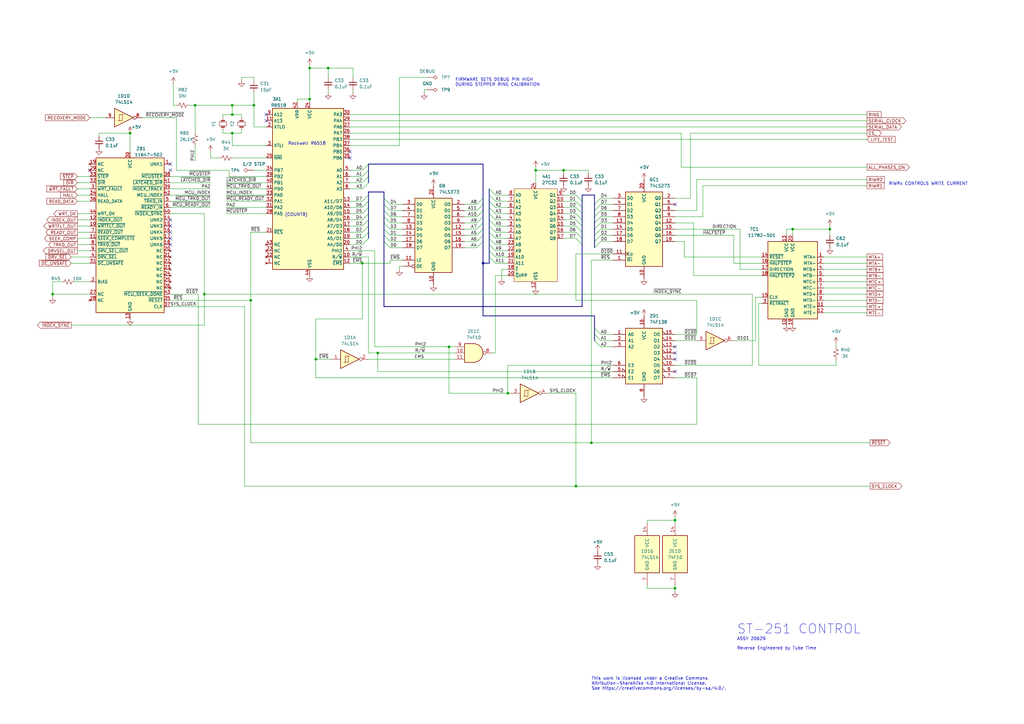
<source format=kicad_sch>
(kicad_sch (version 20230121) (generator eeschema)
  (paper "A3")
  (junction (at 83.82 120.65))
  (junction (at 127 27.94))
  (junction (at 80.01 43.18))
  (junction (at 219.71 69.85))
  (junction (at 53.34 54.61))
  (junction (at 208.28 161.29))
  (junction (at 154.94 144.78))
  (junction (at 21.59 120.65))
  (junction (at 134.62 27.94))
  (junction (at 95.25 43.18))
  (junction (at 104.14 43.18))
  (junction (at 184.15 142.24))
  (junction (at 127 40.64))
  (junction (at 340.36 93.98))
  (junction (at 231.14 69.85))
  (junction (at 102.87 123.19))
  (junction (at 95.25 54.61))
  (junction (at 148.59 107.95))
  (junction (at 276.86 241.3))
  (junction (at 129.54 147.32))
  (junction (at 198.12 107.95))
  (junction (at 236.22 199.39))
  (junction (at 95.25 46.99))
  (junction (at 276.86 213.36))
  (junction (at 325.12 93.98))
  (junction (at 242.57 181.61))
  (no_connect (at 276.86 147.32))
  (no_connect (at 69.85 95.25))
  (no_connect (at 276.86 83.82))
  (no_connect (at 109.22 49.53))
  (no_connect (at 69.85 100.33))
  (no_connect (at 143.51 64.77))
  (no_connect (at 276.86 152.4))
  (no_connect (at 36.83 69.85))
  (no_connect (at 69.85 69.85))
  (no_connect (at 69.85 97.79))
  (no_connect (at 276.86 142.24))
  (no_connect (at 69.85 90.17))
  (no_connect (at 109.22 46.99))
  (no_connect (at 143.51 62.23))
  (no_connect (at 69.85 67.31))
  (no_connect (at 276.86 144.78))
  (no_connect (at 69.85 92.71))
  (bus_entry (at 203.2 85.09) (size -2.54 -2.54))
  (bus_entry (at 195.58 88.9) (size 2.54 -2.54))
  (bus_entry (at 203.2 82.55) (size -2.54 -2.54))
  (bus_entry (at 238.76 82.55) (size -2.54 -2.54))
  (bus_entry (at 238.76 100.33) (size -2.54 -2.54))
  (bus_entry (at 160.02 93.98) (size -2.54 -2.54))
  (bus_entry (at 148.59 100.33) (size 2.54 -2.54))
  (bus_entry (at 160.02 96.52) (size -2.54 -2.54))
  (bus_entry (at 203.2 90.17) (size -2.54 -2.54))
  (bus_entry (at 203.2 107.95) (size -2.54 -2.54))
  (bus_entry (at 148.59 97.79) (size 2.54 -2.54))
  (bus_entry (at 243.84 93.98) (size 2.54 -2.54))
  (bus_entry (at 238.76 90.17) (size -2.54 -2.54))
  (bus_entry (at 148.59 77.47) (size 2.54 -2.54))
  (bus_entry (at 160.02 101.6) (size -2.54 -2.54))
  (bus_entry (at 243.84 96.52) (size 2.54 -2.54))
  (bus_entry (at 148.59 82.55) (size 2.54 -2.54))
  (bus_entry (at 238.76 87.63) (size -2.54 -2.54))
  (bus_entry (at 238.76 97.79) (size -2.54 -2.54))
  (bus_entry (at 203.2 80.01) (size -2.54 -2.54))
  (bus_entry (at 203.2 95.25) (size -2.54 -2.54))
  (bus_entry (at 195.58 93.98) (size 2.54 -2.54))
  (bus_entry (at 148.59 95.25) (size 2.54 -2.54))
  (bus_entry (at 243.84 91.44) (size 2.54 -2.54))
  (bus_entry (at 203.2 105.41) (size -2.54 -2.54))
  (bus_entry (at 243.84 101.6) (size 2.54 -2.54))
  (bus_entry (at 238.76 95.25) (size -2.54 -2.54))
  (bus_entry (at 195.58 86.36) (size 2.54 -2.54))
  (bus_entry (at 243.84 83.82) (size 2.54 -2.54))
  (bus_entry (at 203.2 100.33) (size -2.54 -2.54))
  (bus_entry (at 160.02 83.82) (size -2.54 -2.54))
  (bus_entry (at 238.76 85.09) (size -2.54 -2.54))
  (bus_entry (at 160.02 88.9) (size -2.54 -2.54))
  (bus_entry (at 203.2 97.79) (size -2.54 -2.54))
  (bus_entry (at 238.76 92.71) (size -2.54 -2.54))
  (bus_entry (at 195.58 101.6) (size 2.54 -2.54))
  (bus_entry (at 195.58 96.52) (size 2.54 -2.54))
  (bus_entry (at 246.38 139.7) (size -2.54 -2.54))
  (bus_entry (at 148.59 74.93) (size 2.54 -2.54))
  (bus_entry (at 195.58 99.06) (size 2.54 -2.54))
  (bus_entry (at 243.84 99.06) (size 2.54 -2.54))
  (bus_entry (at 203.2 92.71) (size -2.54 -2.54))
  (bus_entry (at 148.59 72.39) (size 2.54 -2.54))
  (bus_entry (at 148.59 87.63) (size 2.54 -2.54))
  (bus_entry (at 246.38 142.24) (size -2.54 -2.54))
  (bus_entry (at 203.2 87.63) (size -2.54 -2.54))
  (bus_entry (at 160.02 86.36) (size -2.54 -2.54))
  (bus_entry (at 148.59 69.85) (size 2.54 -2.54))
  (bus_entry (at 195.58 83.82) (size 2.54 -2.54))
  (bus_entry (at 148.59 90.17) (size 2.54 -2.54))
  (bus_entry (at 246.38 137.16) (size -2.54 -2.54))
  (bus_entry (at 160.02 99.06) (size -2.54 -2.54))
  (bus_entry (at 148.59 85.09) (size 2.54 -2.54))
  (bus_entry (at 160.02 91.44) (size -2.54 -2.54))
  (bus_entry (at 148.59 92.71) (size 2.54 -2.54))
  (bus_entry (at 195.58 91.44) (size 2.54 -2.54))
  (bus_entry (at 203.2 102.87) (size -2.54 -2.54))
  (bus_entry (at 243.84 88.9) (size 2.54 -2.54))
  (bus_entry (at 243.84 86.36) (size 2.54 -2.54))
  (wire (pts (xy 242.57 106.68) (xy 242.57 181.61)))
  (wire (pts (xy 40.64 54.61) (xy 40.64 55.88)))
  (wire (pts (xy 31.75 82.55) (xy 36.83 82.55)))
  (wire (pts (xy 251.46 88.9) (xy 246.38 88.9)))
  (wire (pts (xy 190.5 99.06) (xy 195.58 99.06)))
  (wire (pts (xy 303.53 93.98) (xy 303.53 110.49)))
  (wire (pts (xy 102.87 123.19) (xy 102.87 181.61)))
  (wire (pts (xy 104.14 69.85) (xy 109.22 69.85)))
  (wire (pts (xy 276.86 213.36) (xy 276.86 214.63)))
  (wire (pts (xy 143.51 57.15) (xy 355.6 57.15)))
  (wire (pts (xy 280.67 105.41) (xy 280.67 99.06)))
  (wire (pts (xy 148.59 130.81) (xy 129.54 130.81)))
  (bus (pts (xy 200.66 80.01) (xy 200.66 82.55)))
  (bus (pts (xy 151.13 97.79) (xy 151.13 95.25)))
  (bus (pts (xy 151.13 85.09) (xy 151.13 82.55)))
  (bus (pts (xy 198.12 91.44) (xy 198.12 93.98)))
  (wire (pts (xy 80.01 59.69) (xy 80.01 66.04)))
  (bus (pts (xy 157.48 125.73) (xy 238.76 125.73)))
  (wire (pts (xy 231.14 92.71) (xy 236.22 92.71)))
  (wire (pts (xy 104.14 31.75) (xy 99.06 31.75)))
  (wire (pts (xy 276.86 154.94) (xy 285.75 154.94)))
  (wire (pts (xy 284.48 91.44) (xy 284.48 113.03)))
  (bus (pts (xy 151.13 90.17) (xy 151.13 87.63)))
  (wire (pts (xy 129.54 130.81) (xy 129.54 147.32)))
  (bus (pts (xy 151.13 87.63) (xy 151.13 85.09)))
  (wire (pts (xy 203.2 87.63) (xy 208.28 87.63)))
  (wire (pts (xy 325.12 93.98) (xy 340.36 93.98)))
  (wire (pts (xy 312.42 124.46) (xy 311.15 124.46)))
  (bus (pts (xy 198.12 129.54) (xy 198.12 107.95)))
  (wire (pts (xy 80.01 43.18) (xy 95.25 43.18)))
  (wire (pts (xy 92.71 87.63) (xy 109.22 87.63)))
  (wire (pts (xy 276.86 137.16) (xy 285.75 137.16)))
  (wire (pts (xy 31.75 72.39) (xy 36.83 72.39)))
  (wire (pts (xy 83.82 120.65) (xy 308.61 120.65)))
  (wire (pts (xy 86.36 62.23) (xy 86.36 64.77)))
  (wire (pts (xy 127 26.67) (xy 127 27.94)))
  (wire (pts (xy 129.54 154.94) (xy 251.46 154.94)))
  (wire (pts (xy 69.85 87.63) (xy 83.82 87.63)))
  (wire (pts (xy 236.22 161.29) (xy 236.22 199.39)))
  (wire (pts (xy 279.4 68.58) (xy 355.6 68.58)))
  (bus (pts (xy 151.13 82.55) (xy 151.13 80.01)))
  (wire (pts (xy 251.46 99.06) (xy 246.38 99.06)))
  (bus (pts (xy 200.66 85.09) (xy 200.66 87.63)))
  (wire (pts (xy 160.02 88.9) (xy 165.1 88.9)))
  (wire (pts (xy 134.62 27.94) (xy 134.62 31.75)))
  (wire (pts (xy 203.2 95.25) (xy 208.28 95.25)))
  (bus (pts (xy 238.76 95.25) (xy 238.76 97.79)))
  (wire (pts (xy 184.15 142.24) (xy 186.69 142.24)))
  (wire (pts (xy 160.02 107.95) (xy 160.02 106.68)))
  (bus (pts (xy 198.12 88.9) (xy 198.12 91.44)))
  (wire (pts (xy 143.51 77.47) (xy 148.59 77.47)))
  (wire (pts (xy 231.14 97.79) (xy 236.22 97.79)))
  (wire (pts (xy 285.75 154.94) (xy 285.75 173.99)))
  (wire (pts (xy 69.85 82.55) (xy 86.36 82.55)))
  (wire (pts (xy 163.83 59.69) (xy 163.83 31.75)))
  (bus (pts (xy 243.84 134.62) (xy 243.84 129.54)))
  (bus (pts (xy 200.66 95.25) (xy 200.66 97.79)))
  (bus (pts (xy 198.12 107.95) (xy 200.66 107.95)))
  (wire (pts (xy 265.43 214.63) (xy 265.43 213.36)))
  (wire (pts (xy 127 27.94) (xy 134.62 27.94)))
  (wire (pts (xy 144.78 27.94) (xy 144.78 31.75)))
  (wire (pts (xy 102.87 95.25) (xy 109.22 95.25)))
  (bus (pts (xy 200.66 105.41) (xy 200.66 107.95)))
  (wire (pts (xy 251.46 86.36) (xy 246.38 86.36)))
  (bus (pts (xy 243.84 88.9) (xy 243.84 86.36)))
  (wire (pts (xy 276.86 88.9) (xy 288.29 88.9)))
  (wire (pts (xy 143.51 82.55) (xy 148.59 82.55)))
  (wire (pts (xy 276.86 93.98) (xy 303.53 93.98)))
  (bus (pts (xy 151.13 80.01) (xy 151.13 78.74)))
  (wire (pts (xy 148.59 107.95) (xy 148.59 130.81)))
  (wire (pts (xy 29.21 105.41) (xy 36.83 105.41)))
  (wire (pts (xy 69.85 80.01) (xy 86.36 80.01)))
  (wire (pts (xy 92.71 74.93) (xy 109.22 74.93)))
  (wire (pts (xy 95.25 54.61) (xy 91.44 54.61)))
  (bus (pts (xy 198.12 83.82) (xy 198.12 86.36)))
  (wire (pts (xy 102.87 181.61) (xy 242.57 181.61)))
  (wire (pts (xy 311.15 124.46) (xy 311.15 149.86)))
  (wire (pts (xy 285.75 86.36) (xy 285.75 73.66)))
  (wire (pts (xy 342.9 147.32) (xy 342.9 149.86)))
  (wire (pts (xy 276.86 81.28) (xy 283.21 81.28)))
  (wire (pts (xy 69.85 85.09) (xy 86.36 85.09)))
  (wire (pts (xy 251.46 83.82) (xy 246.38 83.82)))
  (bus (pts (xy 151.13 69.85) (xy 151.13 67.31)))
  (bus (pts (xy 243.84 129.54) (xy 198.12 129.54)))
  (wire (pts (xy 280.67 99.06) (xy 276.86 99.06)))
  (wire (pts (xy 276.86 240.03) (xy 276.86 241.3)))
  (wire (pts (xy 219.71 69.85) (xy 219.71 74.93)))
  (wire (pts (xy 72.39 69.85) (xy 72.39 48.26)))
  (wire (pts (xy 285.75 173.99) (xy 81.28 173.99)))
  (wire (pts (xy 72.39 69.85) (xy 93.98 69.85)))
  (wire (pts (xy 231.14 85.09) (xy 236.22 85.09)))
  (wire (pts (xy 100.33 199.39) (xy 236.22 199.39)))
  (wire (pts (xy 36.83 48.26) (xy 43.18 48.26)))
  (bus (pts (xy 198.12 96.52) (xy 198.12 99.06)))
  (wire (pts (xy 160.02 96.52) (xy 165.1 96.52)))
  (wire (pts (xy 58.42 48.26) (xy 72.39 48.26)))
  (wire (pts (xy 208.28 149.86) (xy 208.28 161.29)))
  (wire (pts (xy 91.44 46.99) (xy 95.25 46.99)))
  (wire (pts (xy 276.86 241.3) (xy 276.86 242.57)))
  (wire (pts (xy 99.06 31.75) (xy 99.06 33.02)))
  (wire (pts (xy 143.51 107.95) (xy 148.59 107.95)))
  (wire (pts (xy 69.85 72.39) (xy 86.36 72.39)))
  (wire (pts (xy 91.44 54.61) (xy 91.44 53.34)))
  (wire (pts (xy 69.85 123.19) (xy 102.87 123.19)))
  (wire (pts (xy 104.14 52.07) (xy 109.22 52.07)))
  (wire (pts (xy 143.51 95.25) (xy 148.59 95.25)))
  (wire (pts (xy 203.2 90.17) (xy 208.28 90.17)))
  (bus (pts (xy 151.13 92.71) (xy 151.13 90.17)))
  (wire (pts (xy 104.14 38.1) (xy 104.14 43.18)))
  (wire (pts (xy 104.14 43.18) (xy 104.14 52.07)))
  (wire (pts (xy 69.85 120.65) (xy 81.28 120.65)))
  (wire (pts (xy 322.58 93.98) (xy 325.12 93.98)))
  (wire (pts (xy 160.02 106.68) (xy 165.1 106.68)))
  (bus (pts (xy 200.66 92.71) (xy 200.66 95.25)))
  (wire (pts (xy 203.2 102.87) (xy 208.28 102.87)))
  (wire (pts (xy 99.06 53.34) (xy 99.06 54.61)))
  (bus (pts (xy 238.76 97.79) (xy 238.76 100.33)))
  (wire (pts (xy 203.2 113.03) (xy 208.28 113.03)))
  (wire (pts (xy 173.99 36.83) (xy 173.99 38.1)))
  (bus (pts (xy 198.12 67.31) (xy 198.12 81.28)))
  (wire (pts (xy 276.86 139.7) (xy 285.75 139.7)))
  (wire (pts (xy 69.85 77.47) (xy 86.36 77.47)))
  (wire (pts (xy 81.28 173.99) (xy 81.28 120.65)))
  (wire (pts (xy 231.14 95.25) (xy 236.22 95.25)))
  (wire (pts (xy 92.71 82.55) (xy 109.22 82.55)))
  (wire (pts (xy 203.2 92.71) (xy 208.28 92.71)))
  (wire (pts (xy 308.61 120.65) (xy 308.61 149.86)))
  (wire (pts (xy 143.51 100.33) (xy 148.59 100.33)))
  (wire (pts (xy 246.38 142.24) (xy 251.46 142.24)))
  (wire (pts (xy 208.28 149.86) (xy 251.46 149.86)))
  (bus (pts (xy 151.13 67.31) (xy 198.12 67.31)))
  (wire (pts (xy 276.86 149.86) (xy 308.61 149.86)))
  (wire (pts (xy 205.74 114.3) (xy 205.74 110.49)))
  (bus (pts (xy 238.76 100.33) (xy 238.76 125.73)))
  (wire (pts (xy 276.86 91.44) (xy 284.48 91.44)))
  (wire (pts (xy 129.54 154.94) (xy 129.54 147.32)))
  (wire (pts (xy 190.5 96.52) (xy 195.58 96.52)))
  (bus (pts (xy 243.84 86.36) (xy 243.84 83.82)))
  (wire (pts (xy 143.51 54.61) (xy 279.4 54.61)))
  (wire (pts (xy 31.75 100.33) (xy 36.83 100.33)))
  (wire (pts (xy 224.79 161.29) (xy 236.22 161.29)))
  (bus (pts (xy 243.84 101.6) (xy 243.84 99.06)))
  (wire (pts (xy 246.38 139.7) (xy 251.46 139.7)))
  (wire (pts (xy 127 41.91) (xy 127 40.64)))
  (bus (pts (xy 157.48 96.52) (xy 157.48 99.06)))
  (wire (pts (xy 109.22 59.69) (xy 95.25 59.69)))
  (bus (pts (xy 238.76 90.17) (xy 238.76 92.71)))
  (bus (pts (xy 243.84 137.16) (xy 243.84 134.62)))
  (wire (pts (xy 143.51 69.85) (xy 148.59 69.85)))
  (wire (pts (xy 283.21 81.28) (xy 283.21 54.61)))
  (wire (pts (xy 312.42 121.92) (xy 309.88 121.92)))
  (wire (pts (xy 208.28 161.29) (xy 209.55 161.29)))
  (wire (pts (xy 31.75 92.71) (xy 36.83 92.71)))
  (bus (pts (xy 157.48 88.9) (xy 157.48 91.44)))
  (wire (pts (xy 303.53 110.49) (xy 312.42 110.49)))
  (wire (pts (xy 151.13 105.41) (xy 151.13 144.78)))
  (bus (pts (xy 157.48 86.36) (xy 157.48 88.9)))
  (bus (pts (xy 157.48 81.28) (xy 157.48 83.82)))
  (wire (pts (xy 53.34 54.61) (xy 53.34 62.23)))
  (wire (pts (xy 154.94 144.78) (xy 186.69 144.78)))
  (wire (pts (xy 95.25 54.61) (xy 99.06 54.61)))
  (wire (pts (xy 134.62 36.83) (xy 134.62 38.1)))
  (bus (pts (xy 238.76 85.09) (xy 238.76 87.63)))
  (wire (pts (xy 236.22 104.14) (xy 236.22 123.19)))
  (wire (pts (xy 276.86 96.52) (xy 300.99 96.52)))
  (wire (pts (xy 337.82 105.41) (xy 355.6 105.41)))
  (wire (pts (xy 190.5 91.44) (xy 195.58 91.44)))
  (wire (pts (xy 31.75 102.87) (xy 36.83 102.87)))
  (wire (pts (xy 121.92 41.91) (xy 121.92 40.64)))
  (bus (pts (xy 151.13 78.74) (xy 157.48 78.74)))
  (wire (pts (xy 102.87 123.19) (xy 102.87 95.25)))
  (wire (pts (xy 340.36 92.71) (xy 340.36 93.98)))
  (wire (pts (xy 203.2 144.78) (xy 203.2 113.03)))
  (wire (pts (xy 219.71 69.85) (xy 219.71 68.58)))
  (wire (pts (xy 163.83 109.22) (xy 165.1 109.22)))
  (wire (pts (xy 90.17 64.77) (xy 86.36 64.77)))
  (wire (pts (xy 153.67 102.87) (xy 153.67 142.24)))
  (wire (pts (xy 148.59 107.95) (xy 160.02 107.95)))
  (wire (pts (xy 284.48 113.03) (xy 312.42 113.03)))
  (wire (pts (xy 29.21 107.95) (xy 36.83 107.95)))
  (wire (pts (xy 31.75 90.17) (xy 36.83 90.17)))
  (wire (pts (xy 31.75 97.79) (xy 36.83 97.79)))
  (bus (pts (xy 157.48 91.44) (xy 157.48 93.98)))
  (bus (pts (xy 200.66 90.17) (xy 200.66 92.71)))
  (wire (pts (xy 95.25 43.18) (xy 95.25 46.99)))
  (wire (pts (xy 143.51 87.63) (xy 148.59 87.63)))
  (bus (pts (xy 243.84 80.01) (xy 238.76 80.01)))
  (wire (pts (xy 203.2 82.55) (xy 208.28 82.55)))
  (bus (pts (xy 243.84 139.7) (xy 243.84 137.16)))
  (wire (pts (xy 99.06 48.26) (xy 99.06 46.99)))
  (wire (pts (xy 160.02 93.98) (xy 165.1 93.98)))
  (wire (pts (xy 337.82 110.49) (xy 355.6 110.49)))
  (wire (pts (xy 83.82 120.65) (xy 83.82 133.35)))
  (wire (pts (xy 251.46 81.28) (xy 246.38 81.28)))
  (wire (pts (xy 143.51 72.39) (xy 148.59 72.39)))
  (wire (pts (xy 160.02 86.36) (xy 165.1 86.36)))
  (wire (pts (xy 265.43 213.36) (xy 276.86 213.36)))
  (wire (pts (xy 71.12 34.29) (xy 71.12 43.18)))
  (bus (pts (xy 200.66 102.87) (xy 200.66 105.41)))
  (wire (pts (xy 143.51 59.69) (xy 163.83 59.69)))
  (wire (pts (xy 342.9 140.97) (xy 342.9 142.24)))
  (wire (pts (xy 31.75 80.01) (xy 36.83 80.01)))
  (wire (pts (xy 92.71 80.01) (xy 109.22 80.01)))
  (bus (pts (xy 198.12 86.36) (xy 198.12 88.9)))
  (bus (pts (xy 198.12 99.06) (xy 198.12 107.95)))
  (bus (pts (xy 238.76 82.55) (xy 238.76 85.09)))
  (bus (pts (xy 238.76 87.63) (xy 238.76 90.17)))
  (wire (pts (xy 251.46 91.44) (xy 246.38 91.44)))
  (wire (pts (xy 231.14 90.17) (xy 236.22 90.17)))
  (wire (pts (xy 300.99 96.52) (xy 300.99 107.95)))
  (bus (pts (xy 243.84 91.44) (xy 243.84 88.9)))
  (wire (pts (xy 30.48 115.57) (xy 36.83 115.57)))
  (wire (pts (xy 160.02 101.6) (xy 165.1 101.6)))
  (bus (pts (xy 200.66 87.63) (xy 200.66 90.17)))
  (wire (pts (xy 104.14 33.02) (xy 104.14 31.75)))
  (wire (pts (xy 29.21 133.35) (xy 83.82 133.35)))
  (wire (pts (xy 91.44 48.26) (xy 91.44 46.99)))
  (wire (pts (xy 143.51 102.87) (xy 153.67 102.87)))
  (bus (pts (xy 238.76 80.01) (xy 238.76 82.55)))
  (wire (pts (xy 143.51 92.71) (xy 148.59 92.71)))
  (wire (pts (xy 151.13 147.32) (xy 186.69 147.32)))
  (wire (pts (xy 285.75 123.19) (xy 285.75 137.16)))
  (wire (pts (xy 143.51 46.99) (xy 355.6 46.99)))
  (wire (pts (xy 231.14 87.63) (xy 236.22 87.63)))
  (wire (pts (xy 337.82 118.11) (xy 355.6 118.11)))
  (bus (pts (xy 157.48 99.06) (xy 157.48 125.73)))
  (wire (pts (xy 154.94 152.4) (xy 154.94 144.78)))
  (wire (pts (xy 151.13 144.78) (xy 154.94 144.78)))
  (wire (pts (xy 109.22 72.39) (xy 93.98 72.39)))
  (wire (pts (xy 143.51 85.09) (xy 148.59 85.09)))
  (wire (pts (xy 265.43 241.3) (xy 276.86 241.3)))
  (wire (pts (xy 160.02 83.82) (xy 165.1 83.82)))
  (wire (pts (xy 236.22 123.19) (xy 285.75 123.19)))
  (wire (pts (xy 175.26 36.83) (xy 173.99 36.83)))
  (wire (pts (xy 241.3 69.85) (xy 241.3 71.12)))
  (wire (pts (xy 201.93 144.78) (xy 203.2 144.78)))
  (wire (pts (xy 72.39 43.18) (xy 71.12 43.18)))
  (wire (pts (xy 279.4 54.61) (xy 279.4 68.58)))
  (wire (pts (xy 190.5 88.9) (xy 195.58 88.9)))
  (wire (pts (xy 53.34 54.61) (xy 40.64 54.61)))
  (wire (pts (xy 154.94 152.4) (xy 251.46 152.4)))
  (bus (pts (xy 198.12 93.98) (xy 198.12 96.52)))
  (bus (pts (xy 200.66 82.55) (xy 200.66 85.09)))
  (wire (pts (xy 203.2 107.95) (xy 208.28 107.95)))
  (wire (pts (xy 83.82 87.63) (xy 83.82 120.65)))
  (wire (pts (xy 190.5 83.82) (xy 195.58 83.82)))
  (wire (pts (xy 21.59 120.65) (xy 21.59 121.92)))
  (wire (pts (xy 265.43 240.03) (xy 265.43 241.3)))
  (wire (pts (xy 121.92 40.64) (xy 127 40.64)))
  (bus (pts (xy 200.66 97.79) (xy 200.66 100.33)))
  (bus (pts (xy 243.84 96.52) (xy 243.84 93.98)))
  (wire (pts (xy 337.82 113.03) (xy 355.6 113.03)))
  (wire (pts (xy 95.25 64.77) (xy 109.22 64.77)))
  (bus (pts (xy 151.13 74.93) (xy 151.13 72.39)))
  (wire (pts (xy 143.51 90.17) (xy 148.59 90.17)))
  (wire (pts (xy 31.75 74.93) (xy 36.83 74.93)))
  (bus (pts (xy 198.12 81.28) (xy 198.12 83.82)))
  (wire (pts (xy 92.71 77.47) (xy 109.22 77.47)))
  (wire (pts (xy 203.2 97.79) (xy 208.28 97.79)))
  (wire (pts (xy 21.59 120.65) (xy 21.59 115.57)))
  (wire (pts (xy 311.15 149.86) (xy 342.9 149.86)))
  (wire (pts (xy 276.86 86.36) (xy 285.75 86.36)))
  (wire (pts (xy 190.5 86.36) (xy 195.58 86.36)))
  (wire (pts (xy 31.75 87.63) (xy 36.83 87.63)))
  (wire (pts (xy 95.25 43.18) (xy 104.14 43.18)))
  (wire (pts (xy 337.82 107.95) (xy 355.6 107.95)))
  (wire (pts (xy 95.25 46.99) (xy 99.06 46.99)))
  (bus (pts (xy 200.66 77.47) (xy 200.66 80.01)))
  (wire (pts (xy 31.75 77.47) (xy 36.83 77.47)))
  (wire (pts (xy 242.57 106.68) (xy 251.46 106.68)))
  (wire (pts (xy 300.99 107.95) (xy 312.42 107.95)))
  (bus (pts (xy 157.48 83.82) (xy 157.48 86.36)))
  (wire (pts (xy 337.82 128.27) (xy 355.6 128.27)))
  (wire (pts (xy 163.83 110.49) (xy 163.83 109.22)))
  (wire (pts (xy 95.25 59.69) (xy 95.25 54.61)))
  (bus (pts (xy 243.84 93.98) (xy 243.84 91.44)))
  (wire (pts (xy 21.59 115.57) (xy 25.4 115.57)))
  (wire (pts (xy 69.85 74.93) (xy 86.36 74.93)))
  (wire (pts (xy 246.38 137.16) (xy 251.46 137.16)))
  (wire (pts (xy 184.15 161.29) (xy 208.28 161.29)))
  (wire (pts (xy 203.2 80.01) (xy 208.28 80.01)))
  (wire (pts (xy 36.83 120.65) (xy 21.59 120.65)))
  (wire (pts (xy 285.75 73.66) (xy 355.6 73.66)))
  (wire (pts (xy 337.82 123.19) (xy 355.6 123.19)))
  (wire (pts (xy 276.86 212.09) (xy 276.86 213.36)))
  (wire (pts (xy 231.14 80.01) (xy 236.22 80.01)))
  (wire (pts (xy 69.85 125.73) (xy 100.33 125.73)))
  (wire (pts (xy 340.36 96.52) (xy 340.36 93.98)))
  (wire (pts (xy 127 40.64) (xy 127 27.94)))
  (wire (pts (xy 184.15 161.29) (xy 184.15 142.24)))
  (wire (pts (xy 134.62 27.94) (xy 144.78 27.94)))
  (wire (pts (xy 280.67 105.41) (xy 312.42 105.41)))
  (wire (pts (xy 92.71 85.09) (xy 109.22 85.09)))
  (bus (pts (xy 151.13 72.39) (xy 151.13 69.85)))
  (wire (pts (xy 288.29 76.2) (xy 355.6 76.2)))
  (wire (pts (xy 231.14 82.55) (xy 236.22 82.55)))
  (bus (pts (xy 151.13 95.25) (xy 151.13 92.71)))
  (bus (pts (xy 200.66 100.33) (xy 200.66 102.87)))
  (wire (pts (xy 203.2 105.41) (xy 208.28 105.41)))
  (wire (pts (xy 100.33 125.73) (xy 100.33 199.39)))
  (wire (pts (xy 160.02 91.44) (xy 165.1 91.44)))
  (wire (pts (xy 236.22 199.39) (xy 356.87 199.39)))
  (wire (pts (xy 231.14 69.85) (xy 231.14 71.12)))
  (bus (pts (xy 157.48 78.74) (xy 157.48 81.28)))
  (wire (pts (xy 129.54 147.32) (xy 135.89 147.32)))
  (wire (pts (xy 283.21 54.61) (xy 355.6 54.61)))
  (wire (pts (xy 31.75 95.25) (xy 36.83 95.25)))
  (wire (pts (xy 325.12 93.98) (xy 325.12 96.52)))
  (wire (pts (xy 153.67 142.24) (xy 184.15 142.24)))
  (bus (pts (xy 243.84 99.06) (xy 243.84 96.52)))
  (wire (pts (xy 219.71 69.85) (xy 231.14 69.85)))
  (wire (pts (xy 251.46 93.98) (xy 246.38 93.98)))
  (wire (pts (xy 143.51 52.07) (xy 355.6 52.07)))
  (wire (pts (xy 203.2 85.09) (xy 208.28 85.09)))
  (wire (pts (xy 143.51 97.79) (xy 148.59 97.79)))
  (wire (pts (xy 203.2 100.33) (xy 208.28 100.33)))
  (wire (pts (xy 93.98 72.39) (xy 93.98 69.85)))
  (wire (pts (xy 337.82 125.73) (xy 355.6 125.73)))
  (wire (pts (xy 190.5 93.98) (xy 195.58 93.98)))
  (wire (pts (xy 251.46 96.52) (xy 246.38 96.52)))
  (wire (pts (xy 231.14 69.85) (xy 241.3 69.85)))
  (wire (pts (xy 337.82 115.57) (xy 355.6 115.57)))
  (wire (pts (xy 80.01 54.61) (xy 80.01 43.18)))
  (wire (pts (xy 300.99 139.7) (xy 309.88 139.7)))
  (bus (pts (xy 243.84 83.82) (xy 243.84 80.01)))
  (wire (pts (xy 144.78 36.83) (xy 144.78 38.1)))
  (wire (pts (xy 242.57 181.61) (xy 356.87 181.61)))
  (wire (pts (xy 160.02 99.06) (xy 165.1 99.06)))
  (wire (pts (xy 236.22 104.14) (xy 251.46 104.14)))
  (wire (pts (xy 163.83 31.75) (xy 175.26 31.75)))
  (wire (pts (xy 190.5 101.6) (xy 195.58 101.6)))
  (wire (pts (xy 309.88 121.92) (xy 309.88 139.7)))
  (wire (pts (xy 77.47 43.18) (xy 80.01 43.18)))
  (wire (pts (xy 143.51 49.53) (xy 355.6 49.53)))
  (wire (pts (xy 288.29 88.9) (xy 288.29 76.2)))
  (bus (pts (xy 157.48 93.98) (xy 157.48 96.52)))
  (wire (pts (xy 205.74 110.49) (xy 208.28 110.49)))
  (wire (pts (xy 322.58 96.52) (xy 322.58 93.98)))
  (wire (pts (xy 143.51 74.93) (xy 148.59 74.93)))
  (wire (pts (xy 337.82 120.65) (xy 355.6 120.65)))
  (wire (pts (xy 143.51 105.41) (xy 151.13 105.41)))
  (bus (pts (xy 238.76 92.71) (xy 238.76 95.25)))
  (text "FIRMWARE SETS DEBUG PIN HIGH\nDURING STEPPER RING CALIBRATION" (at 186.69 35.56 0) (effects (font (size 1.27 1.27)) (justify left bottom)))
  (text "ASSY 20629" (at 302.26 262.89 0) (effects (font (size 1.27 1.27)) (justify left bottom)))
  (text "This work is licensed under a Creative Commons\nAttribution-ShareAlike 4.0 International License.\nSee https://creativecommons.org/licenses/by-sa/4.0/.\n" (at 242.57 283.21 0) (effects (font (size 1.27 1.27)) (justify left bottom)))
  (text "Rockwell R6518" (at 118.11 59.69 0) (effects (font (size 1.27 1.27)) (justify left bottom)))
  (text "(COUNTB)" (at 116.84 88.9 0) (effects (font (size 1.27 1.27)) (justify left bottom)))
  (text "Reverse Engineered by Tube Time" (at 302.26 266.7 0) (effects (font (size 1.27 1.27)) (justify left bottom)))
  (text "ST-251 CONTROL" (at 302.26 260.35 0) (effects (font (size 3.81 3.81)) (justify left bottom)))
  (text "RIWRx CONTROLS WRITE CURRENT" (at 364.49 76.2 0) (effects (font (size 1.27 1.27)) (justify left bottom)))
  (label "D1" (at 160.02 96.52 0))
  (label "R{slash}~{W}" (at 246.38 152.4 0))
  (label "~{MCU_READY_OUT}" (at 92.71 82.55 0))
  (label "D5" (at 160.02 91.44 0))
  (label "D4" (at 160.02 83.82 0))
  (label "D1" (at 236.22 82.55 180))
  (label "D1" (at 246.38 93.98 0))
  (label "D2" (at 246.38 96.52 0))
  (label "A9" (at 203.2 102.87 0))
  (label "A6" (at 203.2 95.25 0))
  (label "A5" (at 203.2 92.71 0))
  (label "~{0105}" (at 285.75 149.86 180))
  (label "D4" (at 236.22 90.17 180))
  (label "~{RES}" (at 102.87 95.25 0))
  (label "PA2" (at 92.71 85.09 0))
  (label "D3" (at 148.59 92.71 180))
  (label "PHI2" (at 148.59 102.87 180))
  (label "A1" (at 203.2 82.55 0))
  (label "SYS_CLOCK" (at 236.22 161.29 180))
  (label "~{MCU_READY_OUT}" (at 86.36 85.09 180))
  (label "A2" (at 246.38 142.24 0))
  (label "~{0101}" (at 285.75 139.7 180))
  (label "D2" (at 236.22 85.09 180))
  (label "D4" (at 246.38 81.28 0))
  (label "~{0107}" (at 81.28 120.65 180))
  (label "A0" (at 148.59 69.85 180))
  (label "EMS" (at 173.99 147.32 180))
  (label "~{0100}" (at 285.75 137.16 180))
  (label "A1" (at 148.59 72.39 180))
  (label "~{RES}" (at 74.93 123.19 180))
  (label "A3" (at 203.2 87.63 0))
  (label "A4" (at 195.58 101.6 180))
  (label "~{MCU_TRK0_OUT}" (at 86.36 82.55 180))
  (label "~{LATCHED_DIR}" (at 92.71 74.93 0))
  (label "A10" (at 203.2 105.41 0))
  (label "D3" (at 160.02 93.98 0))
  (label "~{HALFSTEP}" (at 288.29 96.52 0))
  (label "A2" (at 148.59 74.93 180))
  (label "D1" (at 148.59 97.79 180))
  (label "D0" (at 236.22 80.01 180))
  (label "A8" (at 195.58 83.82 180))
  (label "R{slash}~{W}" (at 148.59 105.41 180))
  (label "MCU_INDEX" (at 86.36 80.01 180))
  (label "D5" (at 148.59 87.63 180))
  (label "D7" (at 148.59 82.55 180))
  (label "A3" (at 148.59 77.47 180))
  (label "MCU_INDEX" (at 92.71 80.01 0))
  (label "0101" (at 307.34 139.7 180))
  (label "A11" (at 195.58 86.36 180))
  (label "~{RECOVERY_MODE}" (at 59.69 48.26 0))
  (label "A1" (at 246.38 139.7 0))
  (label "A6" (at 195.58 99.06 180))
  (label "A11" (at 203.2 107.95 0))
  (label "~{INDEX_SYNC}" (at 267.97 120.65 0))
  (label "PA2" (at 86.36 77.47 180))
  (label "D0" (at 160.02 101.6 0))
  (label "D6" (at 236.22 95.25 180))
  (label "~{MCU_TRK0_OUT}" (at 92.71 77.47 0))
  (label "A0" (at 246.38 137.16 0))
  (label "~{EMS}" (at 130.81 147.32 0))
  (label "A7" (at 195.58 93.98 180))
  (label "~{MCUSTEP}" (at 92.71 87.63 0))
  (label "~{MCUSTEP}" (at 86.36 72.39 180))
  (label "A4" (at 203.2 90.17 0))
  (label "A9" (at 195.58 91.44 180))
  (label "PHI2" (at 80.01 66.04 90))
  (label "PHI2" (at 170.18 142.24 0))
  (label "D5" (at 246.38 88.9 0))
  (label "D4" (at 148.59 90.17 180))
  (label "DIRECTION" (at 292.1 93.98 0))
  (label "PHI2" (at 246.38 149.86 0))
  (label "~{LATCHED_DIR}" (at 86.36 74.93 180))
  (label "D3" (at 246.38 91.44 0))
  (label "A7" (at 203.2 97.79 0))
  (label "~{0100}" (at 246.38 104.14 0))
  (label "~{RES}" (at 246.38 106.68 0))
  (label "D6" (at 160.02 88.9 0))
  (label "D7" (at 160.02 86.36 0))
  (label "D5" (at 236.22 92.71 180))
  (label "D6" (at 148.59 85.09 180))
  (label "D7" (at 246.38 83.82 0))
  (label "A2" (at 203.2 85.09 0))
  (label "A0" (at 203.2 80.01 0))
  (label "D0" (at 246.38 99.06 0))
  (label "D6" (at 246.38 86.36 0))
  (label "D3" (at 236.22 87.63 180))
  (label "R{slash}~{W}" (at 170.18 144.78 0))
  (label "D0" (at 148.59 100.33 180))
  (label "A5" (at 195.58 96.52 180))
  (label "A10" (at 195.58 88.9 180))
  (label "D2" (at 160.02 99.06 0))
  (label "~{EMS}" (at 148.59 107.95 180))
  (label "~{EMS}" (at 160.02 106.68 0))
  (label "~{EMS}" (at 246.38 154.94 0))
  (label "D2" (at 148.59 95.25 180))
  (label "~{0107}" (at 285.75 154.94 180))
  (label "D7" (at 236.22 97.79 180))
  (label "SYS_CLOCK" (at 69.85 125.73 0))
  (label "A8" (at 203.2 100.33 0))
  (label "PHI2" (at 201.93 161.29 0))
  (global_label "MTC-" (shape passive) (at 355.6 118.11 0) (property "Intersheetrefs" "${INTERSHEET_REFS}" (effects hide)))
  (global_label "~{RESET}" (shape output) (at 356.87 181.61 0) (property "Intersheetrefs" "${INTERSHEET_REFS}" (effects hide)))
  (global_label "WRT_OK" (shape output) (at 31.75 87.63 180) (property "Intersheetrefs" "${INTERSHEET_REFS}" (effects hide)))
  (global_label "SERIAL_DATA" (shape output) (at 355.6 52.07 0) (property "Intersheetrefs" "${INTERSHEET_REFS}" (effects hide)))
  (global_label "RIWR2" (shape passive) (at 355.6 73.66 0) (property "Intersheetrefs" "${INTERSHEET_REFS}" (effects hide)))
  (global_label "~{DC_UNSAFE}" (shape input) (at 29.21 107.95 180) (property "Intersheetrefs" "${INTERSHEET_REFS}" (effects hide)))
  (global_label "LIFE_TEST" (shape input) (at 355.6 57.15 0) (property "Intersheetrefs" "${INTERSHEET_REFS}" (effects hide)))
  (global_label "~{DRV_SEL}" (shape input) (at 29.21 105.41 180) (property "Intersheetrefs" "${INTERSHEET_REFS}" (effects hide)))
  (global_label "RECOVERY_MODE" (shape input) (at 36.83 48.26 180) (property "Intersheetrefs" "${INTERSHEET_REFS}" (effects hide)))
  (global_label "SERIAL_CLOCK" (shape output) (at 355.6 49.53 0) (property "Intersheetrefs" "${INTERSHEET_REFS}" (effects hide)))
  (global_label "READY_OUT" (shape output) (at 31.75 95.25 180) (property "Intersheetrefs" "${INTERSHEET_REFS}" (effects hide)))
  (global_label "CS_" (shape output) (at 355.6 54.61 0) (property "Intersheetrefs" "${INTERSHEET_REFS}" (effects hide)))
  (global_label "MTC+" (shape passive) (at 355.6 115.57 0) (property "Intersheetrefs" "${INTERSHEET_REFS}" (effects hide)))
  (global_label "MTD+" (shape passive) (at 355.6 120.65 0) (property "Intersheetrefs" "${INTERSHEET_REFS}" (effects hide)))
  (global_label "DRVSEL_OUT" (shape output) (at 31.75 102.87 180) (property "Intersheetrefs" "${INTERSHEET_REFS}" (effects hide)))
  (global_label "~{STEP}" (shape input) (at 31.75 72.39 180) (property "Intersheetrefs" "${INTERSHEET_REFS}" (effects hide)))
  (global_label "~{DIR}" (shape input) (at 31.75 74.93 180) (property "Intersheetrefs" "${INTERSHEET_REFS}" (effects hide)))
  (global_label "RING" (shape passive) (at 355.6 46.99 0) (property "Intersheetrefs" "${INTERSHEET_REFS}" (effects hide)))
  (global_label "TRK0_OUT" (shape output) (at 31.75 100.33 180) (property "Intersheetrefs" "${INTERSHEET_REFS}" (effects hide)))
  (global_label "READ_DATA" (shape input) (at 31.75 82.55 180) (property "Intersheetrefs" "${INTERSHEET_REFS}" (effects hide)))
  (global_label "SEEK_COMP" (shape output) (at 31.75 97.79 180) (property "Intersheetrefs" "${INTERSHEET_REFS}" (effects hide)))
  (global_label "INDEX_OUT" (shape output) (at 31.75 90.17 180) (property "Intersheetrefs" "${INTERSHEET_REFS}" (effects hide)))
  (global_label "MTD-" (shape passive) (at 355.6 123.19 0) (property "Intersheetrefs" "${INTERSHEET_REFS}" (effects hide)))
  (global_label "RIWR1" (shape passive) (at 355.6 76.2 0) (property "Intersheetrefs" "${INTERSHEET_REFS}" (effects hide)))
  (global_label "~{INDEX_SYNC}" (shape output) (at 29.21 133.35 180) (property "Intersheetrefs" "${INTERSHEET_REFS}" (effects hide)))
  (global_label "WRTFLT_OUT" (shape output) (at 31.75 92.71 180) (property "Intersheetrefs" "${INTERSHEET_REFS}" (effects hide)))
  (global_label "MTE+" (shape passive) (at 355.6 125.73 0) (property "Intersheetrefs" "${INTERSHEET_REFS}" (effects hide)))
  (global_label "MTA-" (shape passive) (at 355.6 107.95 0) (property "Intersheetrefs" "${INTERSHEET_REFS}" (effects hide)))
  (global_label "ALL_PHASES_ON" (shape output) (at 355.6 68.58 0) (property "Intersheetrefs" "${INTERSHEET_REFS}" (effects hide)))
  (global_label "MTB+" (shape passive) (at 355.6 110.49 0) (property "Intersheetrefs" "${INTERSHEET_REFS}" (effects hide)))
  (global_label "HALL" (shape input) (at 31.75 80.01 180) (property "Intersheetrefs" "${INTERSHEET_REFS}" (effects hide)))
  (global_label "~{WRT_FAULT}" (shape input) (at 31.75 77.47 180) (property "Intersheetrefs" "${INTERSHEET_REFS}" (effects hide)))
  (global_label "MTA+" (shape passive) (at 355.6 105.41 0) (property "Intersheetrefs" "${INTERSHEET_REFS}" (effects hide)))
  (global_label "MTE-" (shape passive) (at 355.6 128.27 0) (property "Intersheetrefs" "${INTERSHEET_REFS}" (effects hide)))
  (global_label "SYS_CLOCK" (shape output) (at 356.87 199.39 0) (property "Intersheetrefs" "${INTERSHEET_REFS}" (effects hide)))
  (global_label "MTB-" (shape passive) (at 355.6 113.03 0) (property "Intersheetrefs" "${INTERSHEET_REFS}" (effects hide)))
  (symbol (lib_id "power:GND") (at 219.71 118.11 0) (unit 1)
    (property "Reference" "#PWR0135" (effects hide))
    (property "Value" "GND" (effects hide))
  )
  (symbol (lib_id "power:+5V") (at 177.8 76.2 0) (unit 1)
    (property "Reference" "#PWR0129" (effects hide))
    (property "Value" "+5V" (at 177.8 71.12 0))
  )
  (symbol (lib_id "st251:STEP_LOGIC") (at 39.37 64.77 0) (unit 1)
    (property "Reference" "2B1" (at 55.88 60.96 0) (effects (justify left)))
    (property "Value" "11647-502" (at 60.96 63.5 0))
    (property "Footprint" "Package_LCC:PLCC-44_16.6x16.6mm_P1.27mm" (effects hide))
  )
  (symbol (lib_id "Device:C_Small") (at 245.11 228.6 0) (unit 1)
    (property "Reference" "C53" (at 247.65 227.3363 0) (effects (justify left)))
    (property "Value" "0.1uF" (at 247.65 229.8763 0) (effects (justify left)))
    (property "Footprint" "Capacitor_SMD:C_1206_3216Metric" (effects hide))
    (instances (project "st251_20629" (path "" (reference "C53") (unit 1)) (path "" (reference "C72") (unit 1))))
  )
  (symbol (lib_id "74xx:74LS373") (at 177.8 96.52 0) (unit 1)
    (property "Reference" "6B" (at 179.9941 76.2 0) (effects (justify left)))
    (property "Value" "74LS373" (at 179.9941 78.74 0) (effects (justify left)))
    (property "Footprint" "Active:SOP127P1065X265-20" (effects hide))
    (property "Datasheet" "http://www.ti.com/lit/gpn/sn74LS373" (effects hide))
    (instances (project "st251_20629" (path "" (reference "6B") (unit 1)) (path "" (reference "6B1") (unit 1))))
  )
  (symbol (lib_id "74xx:74LS14") (at 265.43 227.33 0) (unit 7)
    (property "Reference" "1D1" (at 262.89 226.06 0) (effects (justify left)))
    (property "Value" "74LS14" (at 262.89 228.6 0) (effects (justify left)))
    (property "Footprint" "Active:SOP127P620X175-14" (effects hide))
    (property "Datasheet" "http://www.ti.com/lit/gpn/sn74LS14" (effects hide))
  )
  (symbol (lib_id "power:+5V") (at 264.16 129.54 0) (unit 1)
    (property "Reference" "#PWR0132" (effects hide))
    (property "Value" "+5V" (at 260.35 128.27 0))
  )
  (symbol (lib_id "power:GND") (at 21.59 121.92 0) (unit 1)
    (property "Reference" "#PWR05" (effects hide))
    (property "Value" "GND" (effects hide))
  )
  (symbol (lib_id "power:+5V") (at 53.34 54.61 0) (unit 1)
    (property "Reference" "#PWR0125" (effects hide))
    (property "Value" "+5V" (at 55.88 52.07 0))
  )
  (symbol (lib_id "memory_new:27C32") (at 210.82 77.47 0) (unit 1)
    (property "Reference" "4A1" (at 222.25 72.39 0) (effects (justify left)))
    (property "Value" "27C32" (at 222.25 74.93 0) (effects (justify left)))
    (property "Footprint" "Active:DIP254P1524X635-24" (effects hide))
  )
  (symbol (lib_id "Device:C_Small") (at 134.62 34.29 0) (unit 1)
    (property "Reference" "C33" (at 137.16 33.0263 0) (effects (justify left)))
    (property "Value" "0.1uF" (at 137.16 35.5663 0) (effects (justify left)))
    (property "Footprint" "Capacitor_SMD:C_1206_3216Metric" (effects hide))
    (instances (project "st251_20629" (path "" (reference "C33") (unit 1)) (path "" (reference "C49") (unit 1))))
  )
  (symbol (lib_id "power:GND") (at 40.64 60.96 0) (unit 1)
    (property "Reference" "#PWR0144" (effects hide))
    (property "Value" "GND" (effects hide))
  )
  (symbol (lib_id "Connector:TestPoint_Alt") (at 175.26 31.75 270) (mirror x) (unit 1)
    (property "Reference" "TP7" (at 182.88 31.75 90))
    (property "Value" "DEBUG" (at 175.26 29.21 90))
    (property "Footprint" "TestPoint:TestPoint_THTPad_1.0x1.0mm_Drill0.5mm" (effects hide))
  )
  (symbol (lib_id "power:GND") (at 340.36 101.6 0) (unit 1)
    (property "Reference" "#PWR0140" (effects hide))
    (property "Value" "GND" (effects hide))
  )
  (symbol (lib_id "power:+5V") (at 340.36 92.71 0) (unit 1)
    (property "Reference" "#PWR016" (effects hide))
    (property "Value" "+5V" (at 340.36 87.63 0))
  )
  (symbol (lib_id "74xx:74LS14") (at 217.17 161.29 0) (unit 2)
    (property "Reference" "1D1" (at 217.17 152.4 0))
    (property "Value" "74LS14" (at 217.17 154.94 0))
    (property "Footprint" "Active:SOP127P620X175-14" (effects hide))
    (property "Datasheet" "http://www.ti.com/lit/gpn/sn74LS14" (effects hide))
  )
  (symbol (lib_id "power:GND") (at 264.16 114.3 0) (unit 1)
    (property "Reference" "#PWR0136" (effects hide))
    (property "Value" "GND" (effects hide))
  )
  (symbol (lib_id "power:GND") (at 99.06 33.02 0) (unit 1)
    (property "Reference" "#PWR01" (effects hide))
    (property "Value" "GND" (effects hide))
  )
  (symbol (lib_id "Device:C_Small") (at 241.3 73.66 0) (unit 1)
    (property "Reference" "C33" (at 243.84 72.3963 0) (effects (justify left)))
    (property "Value" "0.1uF" (at 243.84 74.9363 0) (effects (justify left)))
    (property "Footprint" "Capacitor_SMD:C_1206_3216Metric" (effects hide))
    (instances (project "st251_20629" (path "" (reference "C33") (unit 1)) (path "" (reference "C45") (unit 1))))
  )
  (symbol (lib_id "power:GND") (at 205.74 114.3 0) (unit 1)
    (property "Reference" "#PWR0150" (effects hide))
    (property "Value" "GND" (effects hide))
  )
  (symbol (lib_id "power:GND") (at 231.14 76.2 0) (unit 1)
    (property "Reference" "#PWR0141" (effects hide))
    (property "Value" "GND" (effects hide))
  )
  (symbol (lib_id "74xx:74LS10") (at 276.86 227.33 0) (unit 4)
    (property "Reference" "2E1" (at 276.86 226.06 0))
    (property "Value" "74F10" (at 276.86 228.6 0))
    (property "Footprint" "Active:SOP127P620X175-14" (effects hide))
    (property "Datasheet" "http://www.ti.com/lit/gpn/sn74LS10" (effects hide))
  )
  (symbol (lib_id "power:+5V") (at 127 26.67 0) (unit 1)
    (property "Reference" "#PWR0126" (effects hide))
    (property "Value" "+5V" (at 127 21.59 0))
  )
  (symbol (lib_id "Device:C_Small") (at 40.64 58.42 0) (unit 1)
    (property "Reference" "C33" (at 43.18 57.1563 0) (effects (justify left)))
    (property "Value" "0.1uF" (at 43.18 59.6963 0) (effects (justify left)))
    (property "Footprint" "Capacitor_SMD:C_1206_3216Metric" (effects hide))
    (instances (project "st251_20629" (path "" (reference "C33") (unit 1)) (path "" (reference "C68") (unit 1))))
  )
  (symbol (lib_id "st251:STEP_SEGR") (at 314.96 99.06 0) (unit 1)
    (property "Reference" "7C1" (at 307.34 93.98 0) (effects (justify left)))
    (property "Value" "11782-501" (at 312.42 96.52 0))
    (property "Footprint" "Active:SOP127P1065X265-20" (effects hide))
  )
  (symbol (lib_id "74xx:74LS10") (at 194.31 144.78 0) (unit 3)
    (property "Reference" "2E1" (at 194.3017 135.89 0))
    (property "Value" "74F10" (at 194.3017 138.43 0))
    (property "Footprint" "Active:SOP127P620X175-14" (effects hide))
    (property "Datasheet" "http://www.ti.com/lit/gpn/sn74LS10" (effects hide))
  )
  (symbol (lib_id "74xx:74LS14") (at 143.51 147.32 0) (unit 1)
    (property "Reference" "1D1" (at 143.51 138.43 0))
    (property "Value" "74LS14" (at 143.51 140.97 0))
    (property "Footprint" "Active:SOP127P620X175-14" (effects hide))
    (property "Datasheet" "http://www.ti.com/lit/gpn/sn74LS14" (effects hide))
  )
  (symbol (lib_id "Device:R_Small_US") (at 92.71 64.77 90) (unit 1)
    (property "Reference" "R44" (at 92.71 58.42 90))
    (property "Value" "3K" (at 92.71 60.96 90))
    (property "Footprint" "Resistor_SMD:R_1206_3216Metric" (effects hide))
  )
  (symbol (lib_id "Device:Crystal_Small") (at 91.44 50.8 90) (unit 1)
    (property "Reference" "Y1" (at 87.63 50.8 0))
    (property "Value" "Crystal_Small" (effects hide))
    (property "Footprint" "Crystal:Crystal_SMD_HC49-SD" (effects hide))
  )
  (symbol (lib_id "power:GND") (at 163.83 110.49 0) (unit 1)
    (property "Reference" "#PWR0149" (effects hide))
    (property "Value" "GND" (effects hide))
  )
  (symbol (lib_id "power:GND") (at 325.12 133.35 0) (unit 1)
    (property "Reference" "#PWR0139" (effects hide))
    (property "Value" "GND" (effects hide))
  )
  (symbol (lib_id "power:+5V") (at 219.71 68.58 0) (unit 1)
    (property "Reference" "#PWR0130" (effects hide))
    (property "Value" "+5V" (at 223.52 67.31 0))
  )
  (symbol (lib_id "power:GND") (at 264.16 162.56 0) (unit 1)
    (property "Reference" "#PWR0137" (effects hide))
    (property "Value" "GND" (effects hide))
  )
  (symbol (lib_id "Connector:TestPoint_Alt") (at 104.14 69.85 90) (unit 1)
    (property "Reference" "TP4" (at 96.52 69.85 90))
    (property "Value" "1/2 STEP" (at 104.14 67.31 90))
    (property "Footprint" "TestPoint:TestPoint_THTPad_1.5x1.5mm_Drill0.7mm" (effects hide))
  )
  (symbol (lib_id "power:GND") (at 53.34 130.81 0) (unit 1)
    (property "Reference" "#PWR0143" (effects hide))
    (property "Value" "GND" (effects hide))
  )
  (symbol (lib_id "power:GND") (at 144.78 38.1 0) (unit 1)
    (property "Reference" "#PWR0128" (effects hide))
    (property "Value" "GND" (effects hide))
  )
  (symbol (lib_id "Device:C_Small") (at 340.36 99.06 0) (unit 1)
    (property "Reference" "C62" (at 342.9 97.7963 0) (effects (justify left)))
    (property "Value" "0.1uF" (at 342.9 100.3363 0) (effects (justify left)))
    (property "Footprint" "Capacitor_SMD:C_1206_3216Metric" (effects hide))
    (instances (project "st251_20629" (path "" (reference "C62") (unit 1)) (path "" (reference "C74") (unit 1))))
  )
  (symbol (lib_id "power:GND") (at 241.3 76.2 0) (unit 1)
    (property "Reference" "#PWR0142" (effects hide))
    (property "Value" "GND" (effects hide))
  )
  (symbol (lib_id "st251:6518") (at 111.76 44.45 0) (unit 1)
    (property "Reference" "3A1" (at 111.76 40.64 0) (effects (justify left)))
    (property "Value" "R6518" (at 114.3 43.18 0))
    (property "Footprint" "Package_LCC:PLCC-44_16.6x16.6mm_P1.27mm" (effects hide))
  )
  (symbol (lib_id "Device:R_Small_US") (at 74.93 43.18 90) (unit 1)
    (property "Reference" "R82" (at 74.93 36.83 90))
    (property "Value" "DNI" (at 74.93 39.37 90))
    (property "Footprint" "Resistor_SMD:R_1206_3216Metric" (effects hide))
  )
  (symbol (lib_id "power:GND") (at 245.11 231.14 0) (unit 1)
    (property "Reference" "#PWR058" (effects hide))
    (property "Value" "GND" (effects hide))
    (instances (project "st251_20629" (path "" (reference "#PWR058") (unit 1)) (path "" (reference "#PWR0154") (unit 1))))
  )
  (symbol (lib_id "power:+5V") (at 71.12 34.29 0) (unit 1)
    (property "Reference" "#PWR02" (effects hide))
    (property "Value" "+5V" (at 71.12 29.21 0))
  )
  (symbol (lib_id "Device:R_Small_US") (at 342.9 144.78 180) (unit 1)
    (property "Reference" "R40" (at 346.71 143.51 0))
    (property "Value" "3K" (at 346.71 146.05 0))
    (property "Footprint" "Resistor_SMD:R_1206_3216Metric" (effects hide))
    (instances (project "st251_20629" (path "" (reference "R40") (unit 1)) (path "" (reference "R19") (unit 1))))
  )
  (symbol (lib_id "Device:C_Small") (at 104.14 35.56 0) (unit 1)
    (property "Reference" "C31" (at 106.68 34.2963 0) (effects (justify left)))
    (property "Value" "15pF" (at 106.68 36.8363 0) (effects (justify left)))
    (property "Footprint" "Capacitor_SMD:C_0805_2012Metric" (effects hide))
  )
  (symbol (lib_id "power:GND") (at 173.99 38.1 0) (mirror y) (unit 1)
    (property "Reference" "#PWR0175" (effects hide))
    (property "Value" "GND" (effects hide))
  )
  (symbol (lib_id "power:+5V") (at 276.86 212.09 0) (unit 1)
    (property "Reference" "#PWR0123" (effects hide))
    (property "Value" "+5V" (at 276.86 207.01 0))
  )
  (symbol (lib_id "power:GND") (at 177.8 116.84 0) (unit 1)
    (property "Reference" "#PWR0134" (effects hide))
    (property "Value" "GND" (effects hide))
  )
  (symbol (lib_id "74xx:74LS273") (at 264.16 93.98 0) (unit 1)
    (property "Reference" "6C1" (at 266.3541 73.66 0) (effects (justify left)))
    (property "Value" "74LS273" (at 266.3541 76.2 0) (effects (justify left)))
    (property "Footprint" "Active:SOP127P1065X265-20" (effects hide))
    (property "Datasheet" "http://www.ti.com/lit/gpn/sn74LS273" (effects hide))
  )
  (symbol (lib_id "74xx:74LS138") (at 264.16 144.78 0) (unit 1)
    (property "Reference" "2D1" (at 266.3541 129.54 0) (effects (justify left)))
    (property "Value" "74F138" (at 266.3541 132.08 0) (effects (justify left)))
    (property "Footprint" "Active:SOP127P620X175-16" (effects hide))
    (property "Datasheet" "http://www.ti.com/lit/gpn/sn74LS138" (effects hide))
  )
  (symbol (lib_id "power:GND") (at 322.58 133.35 0) (unit 1)
    (property "Reference" "#PWR0138" (effects hide))
    (property "Value" "GND" (effects hide))
  )
  (symbol (lib_id "power:GND") (at 127 113.03 0) (unit 1)
    (property "Reference" "#PWR0133" (effects hide))
    (property "Value" "GND" (effects hide))
  )
  (symbol (lib_id "Device:Crystal_Small") (at 99.06 50.8 90) (unit 1)
    (property "Reference" "Y2" (at 95.25 50.8 0))
    (property "Value" "Crystal_Small" (effects hide))
    (property "Footprint" "Crystal:Crystal_HC49-U_Vertical" (effects hide))
  )
  (symbol (lib_id "power:GND") (at 276.86 242.57 0) (unit 1)
    (property "Reference" "#PWR0124" (effects hide))
    (property "Value" "GND" (effects hide))
  )
  (symbol (lib_id "Device:R_Small_US") (at 27.94 115.57 90) (unit 1)
    (property "Reference" "R45" (at 22.86 114.3 90))
    (property "Value" "10K" (at 31.75 114.3 90))
    (property "Footprint" "Resistor_SMD:R_1206_3216Metric" (effects hide))
  )
  (symbol (lib_id "Device:R_Small_US") (at 80.01 57.15 0) (unit 1)
    (property "Reference" "R80" (at 73.66 54.61 0) (effects (justify left)))
    (property "Value" "26.1K" (at 73.66 57.15 0) (effects (justify left)))
    (property "Footprint" "Resistor_SMD:R_1206_3216Metric" (effects hide))
  )
  (symbol (lib_id "Connector:TestPoint_Alt") (at 175.26 36.83 270) (mirror x) (unit 1)
    (property "Reference" "TP9" (at 182.88 36.83 90))
    (property "Value" "GND" (at 175.26 34.29 90))
    (property "Footprint" "TestPoint:TestPoint_THTPad_1.0x1.0mm_Drill0.5mm" (effects hide))
  )
  (symbol (lib_id "74xx:74LS14") (at 50.8 48.26 0) (unit 4)
    (property "Reference" "1D1" (at 50.8 39.37 0))
    (property "Value" "74LS14" (at 50.8 41.91 0))
    (property "Footprint" "Active:SOP127P620X175-14" (effects hide))
    (property "Datasheet" "http://www.ti.com/lit/gpn/sn74LS14" (effects hide))
  )
  (symbol (lib_id "power:+5V") (at 86.36 62.23 0) (unit 1)
    (property "Reference" "#PWR03" (effects hide))
    (property "Value" "+5V" (at 86.36 57.15 0))
  )
  (symbol (lib_id "power:+5V") (at 342.9 140.97 0) (unit 1)
    (property "Reference" "#PWR044" (effects hide))
    (property "Value" "+5V" (at 342.9 135.89 0))
  )
  (symbol (lib_id "74xx:74LS14") (at 293.37 139.7 0) (unit 3)
    (property "Reference" "1D1" (at 293.37 130.81 0))
    (property "Value" "74LS14" (at 293.37 133.35 0))
    (property "Footprint" "Active:SOP127P620X175-14" (effects hide))
    (property "Datasheet" "http://www.ti.com/lit/gpn/sn74LS14" (effects hide))
  )
  (symbol (lib_id "power:GND") (at 134.62 38.1 0) (unit 1)
    (property "Reference" "#PWR0127" (effects hide))
    (property "Value" "GND" (effects hide))
  )
  (symbol (lib_id "Device:C_Small") (at 231.14 73.66 0) (unit 1)
    (property "Reference" "C33" (at 233.68 72.3963 0) (effects (justify left)))
    (property "Value" "0.1uF" (at 233.68 74.9363 0) (effects (justify left)))
    (property "Footprint" "Capacitor_SMD:C_1206_3216Metric" (effects hide))
    (instances (project "st251_20629" (path "" (reference "C33") (unit 1)) (path "" (reference "C40") (unit 1))))
  )
  (symbol (lib_id "power:+5V") (at 264.16 73.66 0) (unit 1)
    (property "Reference" "#PWR0131" (effects hide))
    (property "Value" "+5V" (at 264.16 68.58 0))
  )
  (symbol (lib_id "Device:C_Small") (at 144.78 34.29 0) (unit 1)
    (property "Reference" "C33" (at 147.32 33.0263 0) (effects (justify left)))
    (property "Value" "0.1uF" (at 147.32 35.5663 0) (effects (justify left)))
    (property "Footprint" "Capacitor_SMD:C_1206_3216Metric" (effects hide))
    (instances (project "st251_20629" (path "" (reference "C33") (unit 1)) (path "" (reference "C50") (unit 1))))
  )
  (symbol (lib_id "power:+5V") (at 245.11 226.06 0) (unit 1)
    (property "Reference" "#PWR057" (effects hide))
    (property "Value" "+5V" (at 245.11 222.25 0))
    (instances (project "st251_20629" (path "" (reference "#PWR057") (unit 1)) (path "" (reference "#PWR0153") (unit 1))))
  )
)
</source>
